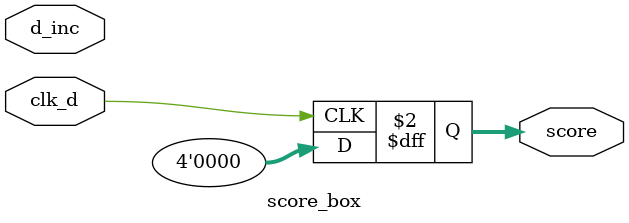
<source format=v>
`timescale 1ns / 1ps


module score_box(
     input clk_d,
    input d_inc,      // Input to increment score (1-bit)
    output reg [3:0] score  // Output score (4 bits to represent 0 to 9)
);

//    always @(posedge d_inc) begin
//        if (score < 9) begin
//            score <= score + 1;
//        end
//        end
always @(posedge clk_d) begin
score <= 4'h0;
    end

endmodule

</source>
